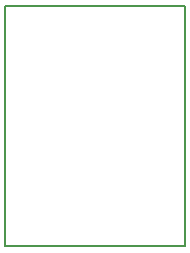
<source format=gbo>
G75*
G70*
%OFA0B0*%
%FSLAX24Y24*%
%IPPOS*%
%LPD*%
%AMOC8*
5,1,8,0,0,1.08239X$1,22.5*
%
%ADD10C,0.0050*%
D10*
X011715Y015189D02*
X017715Y015189D01*
X017715Y023189D01*
X011715Y023189D01*
X011715Y015189D01*
M02*

</source>
